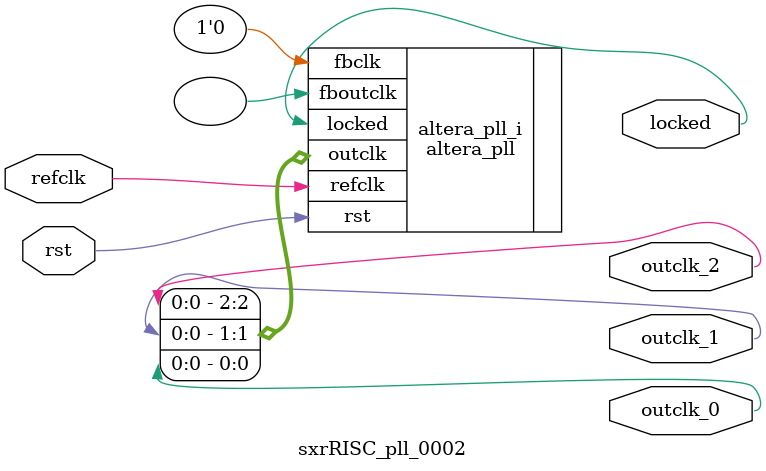
<source format=v>
`timescale 1ns/10ps
module  sxrRISC_pll_0002(

	// interface 'refclk'
	input wire refclk,

	// interface 'reset'
	input wire rst,

	// interface 'outclk0'
	output wire outclk_0,

	// interface 'outclk1'
	output wire outclk_1,

	// interface 'outclk2'
	output wire outclk_2,

	// interface 'locked'
	output wire locked
);

	altera_pll #(
		.fractional_vco_multiplier("false"),
		.reference_clock_frequency("50.0 MHz"),
		.operation_mode("direct"),
		.number_of_clocks(3),
		.output_clock_frequency0("50.000000 MHz"),
		.phase_shift0("1667 ps"),
		.duty_cycle0(50),
		.output_clock_frequency1("50.000000 MHz"),
		.phase_shift1("3333 ps"),
		.duty_cycle1(50),
		.output_clock_frequency2("50.000000 MHz"),
		.phase_shift2("5000 ps"),
		.duty_cycle2(50),
		.output_clock_frequency3("0 MHz"),
		.phase_shift3("0 ps"),
		.duty_cycle3(50),
		.output_clock_frequency4("0 MHz"),
		.phase_shift4("0 ps"),
		.duty_cycle4(50),
		.output_clock_frequency5("0 MHz"),
		.phase_shift5("0 ps"),
		.duty_cycle5(50),
		.output_clock_frequency6("0 MHz"),
		.phase_shift6("0 ps"),
		.duty_cycle6(50),
		.output_clock_frequency7("0 MHz"),
		.phase_shift7("0 ps"),
		.duty_cycle7(50),
		.output_clock_frequency8("0 MHz"),
		.phase_shift8("0 ps"),
		.duty_cycle8(50),
		.output_clock_frequency9("0 MHz"),
		.phase_shift9("0 ps"),
		.duty_cycle9(50),
		.output_clock_frequency10("0 MHz"),
		.phase_shift10("0 ps"),
		.duty_cycle10(50),
		.output_clock_frequency11("0 MHz"),
		.phase_shift11("0 ps"),
		.duty_cycle11(50),
		.output_clock_frequency12("0 MHz"),
		.phase_shift12("0 ps"),
		.duty_cycle12(50),
		.output_clock_frequency13("0 MHz"),
		.phase_shift13("0 ps"),
		.duty_cycle13(50),
		.output_clock_frequency14("0 MHz"),
		.phase_shift14("0 ps"),
		.duty_cycle14(50),
		.output_clock_frequency15("0 MHz"),
		.phase_shift15("0 ps"),
		.duty_cycle15(50),
		.output_clock_frequency16("0 MHz"),
		.phase_shift16("0 ps"),
		.duty_cycle16(50),
		.output_clock_frequency17("0 MHz"),
		.phase_shift17("0 ps"),
		.duty_cycle17(50),
		.pll_type("General"),
		.pll_subtype("General")
	) altera_pll_i (
		.rst	(rst),
		.outclk	({outclk_2, outclk_1, outclk_0}),
		.locked	(locked),
		.fboutclk	( ),
		.fbclk	(1'b0),
		.refclk	(refclk)
	);
endmodule


</source>
